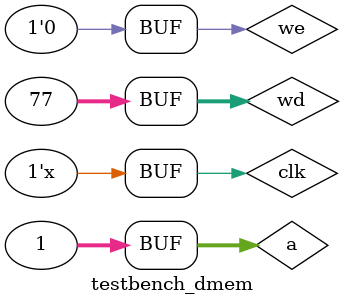
<source format=sv>
module testbench_dmem();
 logic clk, we;
 logic [31:0] a, wd;
 logic [31:0] rd;
 
 
 dmem d(clk,we,a,wd,rd);
 
 initial begin
  #10; 
  clk = 0; we = 0; #10;
  
  a = 0;  wd = 1; #10; we = 1;  #10;
  a = 0;  we = 0;
  
  a = 100;  wd = 66; #10; we = 1;  #10;
  a = 100;  we = 0;
  
    
  a = 1;  wd = 77; #10; we = 1;  #10;
  a = 1;  we = 0;
  
 
 end
 
 always begin
  clk = ~clk; #5;
 end

endmodule
</source>
